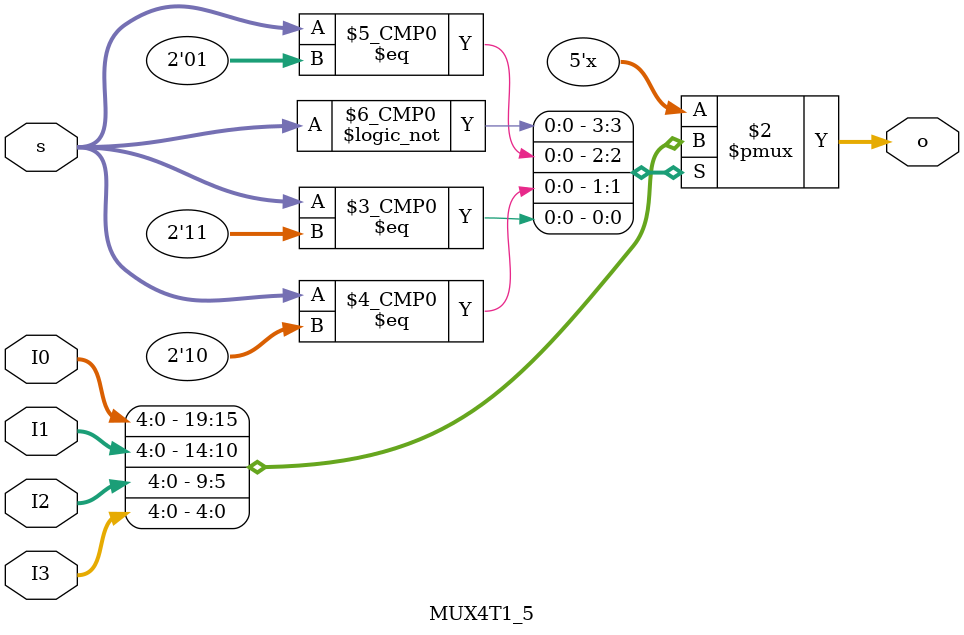
<source format=v>
`timescale 1ns / 1ps
module   MUX4T1_5(input [1:0]s,
						input [4:0]I0,
						input [4:0]I1,
						input [4:0]I2,
						input [4:0]I3,						
						output reg[4:0]o
						 );

		always@*				//5Î»4Ñ¡Ò»,I0¡¢I1¡¢I2¡¢I3¶ÔÓ¦Ñ¡ÔñÍ¨µÀ0¡¢1¡¢2¡¢3
			case(s)
				2'b00: o<=I0;
				2'b01: o<=I1;
				2'b10: o<=I2;
				2'b11: o<=I3;
			endcase
			
endmodule

</source>
